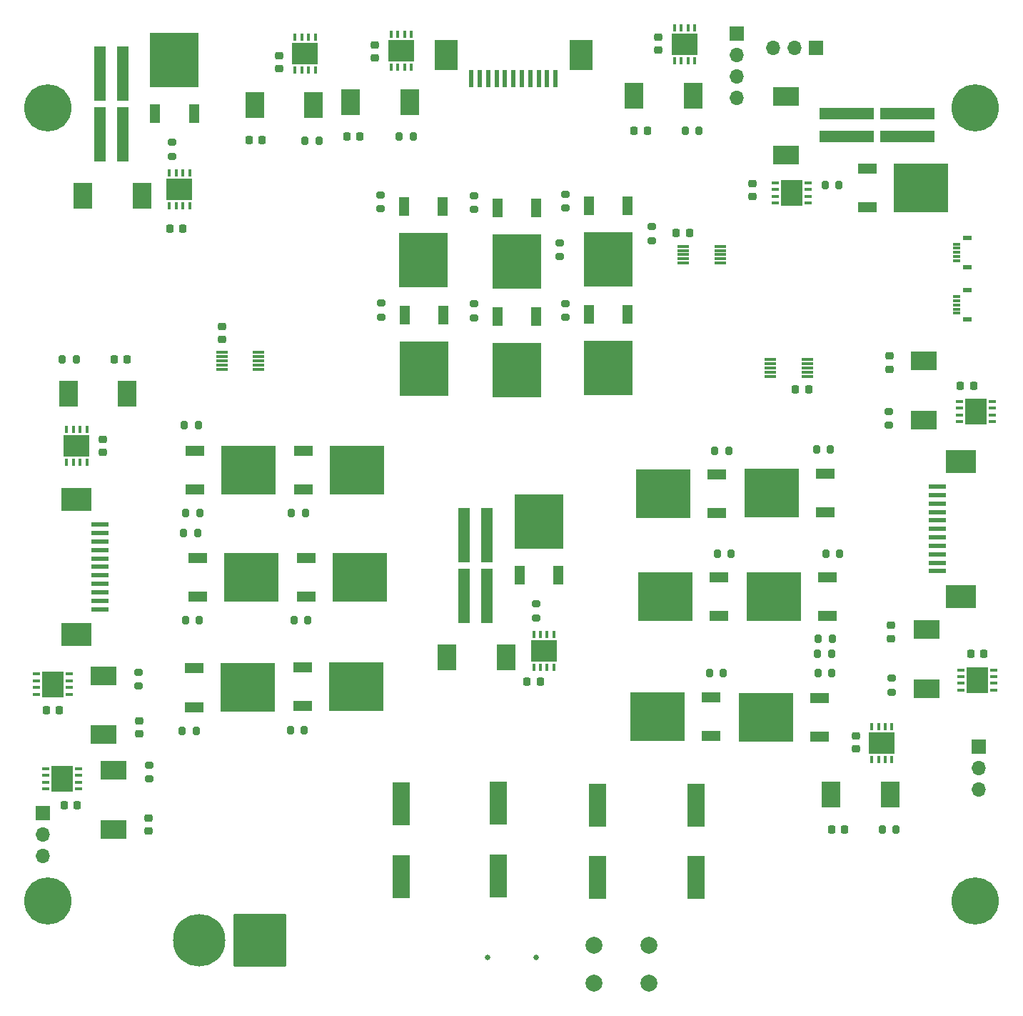
<source format=gbs>
%TF.GenerationSoftware,KiCad,Pcbnew,8.0.7*%
%TF.CreationDate,2025-01-21T13:47:34+01:00*%
%TF.ProjectId,motordriver,6d6f746f-7264-4726-9976-65722e6b6963,rev?*%
%TF.SameCoordinates,Original*%
%TF.FileFunction,Soldermask,Bot*%
%TF.FilePolarity,Negative*%
%FSLAX46Y46*%
G04 Gerber Fmt 4.6, Leading zero omitted, Abs format (unit mm)*
G04 Created by KiCad (PCBNEW 8.0.7) date 2025-01-21 13:47:34*
%MOMM*%
%LPD*%
G01*
G04 APERTURE LIST*
G04 Aperture macros list*
%AMRoundRect*
0 Rectangle with rounded corners*
0 $1 Rounding radius*
0 $2 $3 $4 $5 $6 $7 $8 $9 X,Y pos of 4 corners*
0 Add a 4 corners polygon primitive as box body*
4,1,4,$2,$3,$4,$5,$6,$7,$8,$9,$2,$3,0*
0 Add four circle primitives for the rounded corners*
1,1,$1+$1,$2,$3*
1,1,$1+$1,$4,$5*
1,1,$1+$1,$6,$7*
1,1,$1+$1,$8,$9*
0 Add four rect primitives between the rounded corners*
20,1,$1+$1,$2,$3,$4,$5,0*
20,1,$1+$1,$4,$5,$6,$7,0*
20,1,$1+$1,$6,$7,$8,$9,0*
20,1,$1+$1,$8,$9,$2,$3,0*%
G04 Aperture macros list end*
%ADD10C,5.600000*%
%ADD11R,1.700000X1.700000*%
%ADD12O,1.700000X1.700000*%
%ADD13C,0.650000*%
%ADD14C,2.000000*%
%ADD15R,0.350000X0.850000*%
%ADD16R,3.050000X2.650000*%
%ADD17RoundRect,0.200000X-0.275000X0.200000X-0.275000X-0.200000X0.275000X-0.200000X0.275000X0.200000X0*%
%ADD18RoundRect,0.200000X0.200000X0.275000X-0.200000X0.275000X-0.200000X-0.275000X0.200000X-0.275000X0*%
%ADD19RoundRect,0.225000X-0.250000X0.225000X-0.250000X-0.225000X0.250000X-0.225000X0.250000X0.225000X0*%
%ADD20R,1.450000X6.500000*%
%ADD21RoundRect,0.200000X0.275000X-0.200000X0.275000X0.200000X-0.275000X0.200000X-0.275000X-0.200000X0*%
%ADD22RoundRect,0.200000X-0.200000X-0.275000X0.200000X-0.275000X0.200000X0.275000X-0.200000X0.275000X0*%
%ADD23R,2.200000X1.200000*%
%ADD24R,6.400000X5.800000*%
%ADD25R,1.200000X2.200000*%
%ADD26R,5.800000X6.400000*%
%ADD27RoundRect,0.225000X0.225000X0.250000X-0.225000X0.250000X-0.225000X-0.250000X0.225000X-0.250000X0*%
%ADD28R,2.150000X5.100000*%
%ADD29R,3.150000X2.200000*%
%ADD30R,2.200000X3.150000*%
%ADD31R,0.850000X0.350000*%
%ADD32R,2.650000X3.050000*%
%ADD33RoundRect,0.225000X0.250000X-0.225000X0.250000X0.225000X-0.250000X0.225000X-0.250000X-0.225000X0*%
%ADD34R,0.900000X0.300000*%
%ADD35R,1.000000X0.520000*%
%ADD36R,1.400000X0.300000*%
%ADD37R,6.500000X1.450000*%
%ADD38RoundRect,0.225000X-0.225000X-0.250000X0.225000X-0.250000X0.225000X0.250000X-0.225000X0.250000X0*%
%ADD39R,2.000000X0.610000*%
%ADD40R,3.600000X2.680000*%
%ADD41C,6.204000*%
%ADD42RoundRect,0.102000X3.000000X3.000000X-3.000000X3.000000X-3.000000X-3.000000X3.000000X-3.000000X0*%
%ADD43R,0.610000X2.000000*%
%ADD44R,2.680000X3.600000*%
G04 APERTURE END LIST*
D10*
%TO.C,H2*%
X209027501Y-43000000D03*
%TD*%
%TO.C,H4*%
X99027501Y-137000000D03*
%TD*%
%TO.C,H1*%
X99027501Y-43000000D03*
%TD*%
D11*
%TO.C,J3*%
X180727501Y-34200000D03*
D12*
X180727501Y-36740000D03*
X180727501Y-39280000D03*
X180727501Y-41820000D03*
%TD*%
D13*
%TO.C,P1*%
X151137501Y-143670000D03*
X156917501Y-143670000D03*
%TD*%
D14*
%TO.C,SW1*%
X163777501Y-142250000D03*
X170277501Y-142250000D03*
X163777501Y-146750000D03*
X170277501Y-146750000D03*
%TD*%
D10*
%TO.C,H3*%
X209027501Y-137000000D03*
%TD*%
D15*
%TO.C,IC12*%
X103627501Y-84975000D03*
X102827501Y-84975000D03*
X102027501Y-84975000D03*
X101227501Y-84975000D03*
X101227501Y-81075000D03*
X102027501Y-81075000D03*
X102827501Y-81075000D03*
X103627501Y-81075000D03*
D16*
X102427501Y-83025000D03*
%TD*%
D17*
%TO.C,R108*%
X199127502Y-110575001D03*
X199127502Y-112225001D03*
%TD*%
D18*
%TO.C,R118*%
X192052501Y-105900000D03*
X190402501Y-105900000D03*
%TD*%
D19*
%TO.C,C9*%
X119627501Y-68925000D03*
X119627501Y-70475000D03*
%TD*%
D20*
%TO.C,R11*%
X105202501Y-38940000D03*
X107902501Y-38940000D03*
%TD*%
D19*
%TO.C,C2*%
X126427501Y-36825001D03*
X126427501Y-38375001D03*
%TD*%
D21*
%TO.C,R10*%
X160427501Y-54900000D03*
X160427501Y-53250000D03*
%TD*%
D17*
%TO.C,R9*%
X113727501Y-47075000D03*
X113727501Y-48725000D03*
%TD*%
D22*
%TO.C,R110*%
X191277501Y-95800000D03*
X192927501Y-95800000D03*
%TD*%
D23*
%TO.C,Q19*%
X116792501Y-100890000D03*
D24*
X123142501Y-98600000D03*
D23*
X116792501Y-96310000D03*
%TD*%
D18*
%TO.C,R88*%
X117037501Y-91000000D03*
X115387501Y-91000000D03*
%TD*%
D22*
%TO.C,R4*%
X140677501Y-46400000D03*
X142327501Y-46400000D03*
%TD*%
D11*
%TO.C,S1*%
X98427501Y-126600000D03*
D12*
X98427501Y-129140000D03*
X98427501Y-131680000D03*
%TD*%
D19*
%TO.C,C7*%
X171427501Y-34625000D03*
X171427501Y-36175000D03*
%TD*%
D22*
%TO.C,R86*%
X127902501Y-91000000D03*
X129552501Y-91000000D03*
%TD*%
D25*
%TO.C,Q5*%
X152347501Y-54835000D03*
D26*
X154637501Y-61185000D03*
D25*
X156927501Y-54835000D03*
%TD*%
D27*
%TO.C,C4*%
X136002501Y-46400000D03*
X134452501Y-46400000D03*
%TD*%
D23*
%TO.C,Q26*%
X191477501Y-98610000D03*
D24*
X185127501Y-100900000D03*
D23*
X191477501Y-103190000D03*
%TD*%
%TO.C,Q27*%
X178307501Y-86430000D03*
D24*
X171957501Y-88720000D03*
D23*
X178307501Y-91010000D03*
%TD*%
D28*
%TO.C,C8*%
X152427501Y-125400000D03*
X152427501Y-134000000D03*
%TD*%
D27*
%TO.C,C120*%
X189227501Y-76400000D03*
X187677501Y-76400000D03*
%TD*%
D29*
%TO.C,D78*%
X203227501Y-104800001D03*
X203227501Y-111800001D03*
%TD*%
D30*
%TO.C,D2*%
X134902501Y-42300000D03*
X141902501Y-42300000D03*
%TD*%
D31*
%TO.C,IC14*%
X211027500Y-77800000D03*
X211027500Y-78600000D03*
X211027500Y-79400000D03*
X211027500Y-80200000D03*
X207127500Y-80200000D03*
X207127500Y-79400000D03*
X207127500Y-78600000D03*
X207127500Y-77800000D03*
D32*
X209077500Y-79000000D03*
%TD*%
D27*
%TO.C,C6*%
X170102501Y-45700000D03*
X168552501Y-45700000D03*
%TD*%
D23*
%TO.C,Q22*%
X196227501Y-54780000D03*
D24*
X202577501Y-52490000D03*
D23*
X196227501Y-50200000D03*
%TD*%
D18*
%TO.C,R81*%
X116607501Y-116810000D03*
X114957501Y-116810000D03*
%TD*%
D30*
%TO.C,D58*%
X146362501Y-108090000D03*
X153362501Y-108090000D03*
%TD*%
D27*
%TO.C,C3*%
X115037501Y-57350000D03*
X113487501Y-57350000D03*
%TD*%
D33*
%TO.C,C151*%
X182562501Y-53490000D03*
X182562501Y-51940000D03*
%TD*%
D18*
%TO.C,R113*%
X192837501Y-52180000D03*
X191187501Y-52180000D03*
%TD*%
D22*
%TO.C,R92*%
X115102501Y-93400000D03*
X116752501Y-93400000D03*
%TD*%
D17*
%TO.C,R2*%
X138537501Y-66135000D03*
X138537501Y-67785000D03*
%TD*%
D23*
%TO.C,Q25*%
X178612501Y-98610000D03*
D24*
X172262501Y-100900000D03*
D23*
X178612501Y-103190000D03*
%TD*%
D17*
%TO.C,R13*%
X170627501Y-57075000D03*
X170627501Y-58725000D03*
%TD*%
D27*
%TO.C,C150*%
X208802500Y-75900000D03*
X207252500Y-75900000D03*
%TD*%
D23*
%TO.C,Q18*%
X129657501Y-100890000D03*
D24*
X136007501Y-98600000D03*
D23*
X129657501Y-96310000D03*
%TD*%
D20*
%TO.C,R12*%
X105202501Y-46140000D03*
X107902501Y-46140000D03*
%TD*%
D19*
%TO.C,C112*%
X110927501Y-127125000D03*
X110927501Y-128675000D03*
%TD*%
D34*
%TO.C,J2*%
X206827501Y-59140000D03*
X206827501Y-59640000D03*
X206827501Y-60140000D03*
X206827501Y-60640000D03*
X206827501Y-61140000D03*
D35*
X208027501Y-58400000D03*
X208027501Y-61880000D03*
%TD*%
D23*
%TO.C,Q20*%
X129227501Y-113900000D03*
D24*
X135577501Y-111610000D03*
D23*
X129227501Y-109320000D03*
%TD*%
D30*
%TO.C,D57*%
X108427501Y-76875000D03*
X101427501Y-76875000D03*
%TD*%
D15*
%TO.C,IC1*%
X128327501Y-34600001D03*
X129127501Y-34600001D03*
X129927501Y-34600001D03*
X130727501Y-34600001D03*
X130727501Y-38500001D03*
X129927501Y-38500001D03*
X129127501Y-38500001D03*
X128327501Y-38500001D03*
D16*
X129527501Y-36550001D03*
%TD*%
D22*
%TO.C,R107*%
X190182501Y-83500000D03*
X191832501Y-83500000D03*
%TD*%
%TO.C,R80*%
X127762501Y-116710000D03*
X129412501Y-116710000D03*
%TD*%
D25*
%TO.C,Q6*%
X141347501Y-67600000D03*
D26*
X143637501Y-73950000D03*
D25*
X145927501Y-67600000D03*
%TD*%
D22*
%TO.C,R111*%
X197977501Y-128500000D03*
X199627501Y-128500000D03*
%TD*%
D30*
%TO.C,D79*%
X191927501Y-124400000D03*
X198927501Y-124400000D03*
%TD*%
D21*
%TO.C,R82*%
X109727501Y-111525000D03*
X109727501Y-109875000D03*
%TD*%
D36*
%TO.C,IC13*%
X124027501Y-72000000D03*
X124027501Y-72500000D03*
X124027501Y-73000000D03*
X124027501Y-73500000D03*
X124027501Y-74000000D03*
X119627501Y-74000000D03*
X119627501Y-73500000D03*
X119627501Y-73000000D03*
X119627501Y-72500000D03*
X119627501Y-72000000D03*
%TD*%
D28*
%TO.C,C156*%
X175927501Y-125600000D03*
X175927501Y-134200000D03*
%TD*%
D31*
%TO.C,IC10*%
X97627501Y-112500000D03*
X97627501Y-111700000D03*
X97627501Y-110900000D03*
X97627501Y-110100000D03*
X101527501Y-110100000D03*
X101527501Y-110900000D03*
X101527501Y-111700000D03*
X101527501Y-112500000D03*
D32*
X99577501Y-111300000D03*
%TD*%
D31*
%TO.C,IC16*%
X185312501Y-54280000D03*
X185312501Y-53480000D03*
X185312501Y-52680000D03*
X185312501Y-51880000D03*
X189212501Y-51880000D03*
X189212501Y-52680000D03*
X189212501Y-53480000D03*
X189212501Y-54280000D03*
D32*
X187262501Y-53080000D03*
%TD*%
D25*
%TO.C,Q4*%
X152347501Y-67700000D03*
D26*
X154637501Y-74050000D03*
D25*
X156927501Y-67700000D03*
%TD*%
D15*
%TO.C,IC3*%
X115827501Y-54600000D03*
X115027501Y-54600000D03*
X114227501Y-54600000D03*
X113427501Y-54600000D03*
X113427501Y-50700000D03*
X114227501Y-50700000D03*
X115027501Y-50700000D03*
X115827501Y-50700000D03*
D16*
X114627501Y-52650000D03*
%TD*%
D30*
%TO.C,D3*%
X168527501Y-41600000D03*
X175527501Y-41600000D03*
%TD*%
D36*
%TO.C,IC5*%
X178727501Y-59400000D03*
X178727501Y-59900000D03*
X178727501Y-60400000D03*
X178727501Y-60900000D03*
X178727501Y-61400000D03*
X174327501Y-61400000D03*
X174327501Y-60900000D03*
X174327501Y-60400000D03*
X174327501Y-59900000D03*
X174327501Y-59400000D03*
%TD*%
D25*
%TO.C,Q2*%
X163147501Y-67500000D03*
D26*
X165437501Y-73850000D03*
D25*
X167727501Y-67500000D03*
%TD*%
D27*
%TO.C,C157*%
X175102501Y-57800000D03*
X173552501Y-57800000D03*
%TD*%
D37*
%TO.C,R116*%
X193772501Y-43655000D03*
X193772501Y-46355000D03*
%TD*%
D38*
%TO.C,C117*%
X106852501Y-72775000D03*
X108402501Y-72775000D03*
%TD*%
D39*
%TO.C,J6*%
X105227501Y-102400000D03*
X105227501Y-101400000D03*
X105227501Y-100400000D03*
X105227501Y-99400000D03*
X105227501Y-98400000D03*
X105227501Y-97400000D03*
X105227501Y-96400000D03*
X105227501Y-95400000D03*
X105227501Y-94400000D03*
X105227501Y-93400000D03*
X105227501Y-92400000D03*
D40*
X102427501Y-105390000D03*
X102427501Y-89410000D03*
%TD*%
D18*
%TO.C,R106*%
X179772501Y-83620000D03*
X178122501Y-83620000D03*
%TD*%
D23*
%TO.C,Q23*%
X177697501Y-112850000D03*
D24*
X171347501Y-115140000D03*
D23*
X177697501Y-117430000D03*
%TD*%
D20*
%TO.C,R90*%
X148402501Y-100840000D03*
X151102501Y-100840000D03*
%TD*%
D34*
%TO.C,J1*%
X206827501Y-65340000D03*
X206827501Y-65840000D03*
X206827501Y-66340000D03*
X206827501Y-66840000D03*
X206827501Y-67340000D03*
D35*
X208027501Y-64600000D03*
X208027501Y-68080000D03*
%TD*%
D18*
%TO.C,R84*%
X116992501Y-103700000D03*
X115342501Y-103700000D03*
%TD*%
D15*
%TO.C,IC4*%
X173327501Y-33500000D03*
X174127501Y-33500000D03*
X174927501Y-33500000D03*
X175727501Y-33500000D03*
X175727501Y-37400000D03*
X174927501Y-37400000D03*
X174127501Y-37400000D03*
X173327501Y-37400000D03*
D16*
X174527501Y-35450000D03*
%TD*%
D23*
%TO.C,Q24*%
X190562501Y-112920000D03*
D24*
X184212501Y-115210000D03*
D23*
X190562501Y-117500000D03*
%TD*%
D37*
%TO.C,R115*%
X200972501Y-43655000D03*
X200972501Y-46355000D03*
%TD*%
D17*
%TO.C,R5*%
X149537501Y-66235000D03*
X149537501Y-67885000D03*
%TD*%
D25*
%TO.C,Q7*%
X141247501Y-54700000D03*
D26*
X143537501Y-61050000D03*
D25*
X145827501Y-54700000D03*
%TD*%
D30*
%TO.C,D1*%
X123527501Y-42700000D03*
X130527501Y-42700000D03*
%TD*%
D11*
%TO.C,S3*%
X209427501Y-118660000D03*
D12*
X209427501Y-121200000D03*
X209427501Y-123740000D03*
%TD*%
D31*
%TO.C,IC9*%
X98727501Y-123700000D03*
X98727501Y-122900000D03*
X98727501Y-122100000D03*
X98727501Y-121300000D03*
X102627501Y-121300000D03*
X102627501Y-122100000D03*
X102627501Y-122900000D03*
X102627501Y-123700000D03*
D32*
X100677501Y-122500000D03*
%TD*%
D11*
%TO.C,S2*%
X190127501Y-35900000D03*
D12*
X187587501Y-35900000D03*
X185047501Y-35900000D03*
%TD*%
D33*
%TO.C,C152*%
X199027501Y-105875000D03*
X199027501Y-104325000D03*
%TD*%
D15*
%TO.C,IC11*%
X159027501Y-109300000D03*
X158227501Y-109300000D03*
X157427501Y-109300000D03*
X156627501Y-109300000D03*
X156627501Y-105400000D03*
X157427501Y-105400000D03*
X158227501Y-105400000D03*
X159027501Y-105400000D03*
D16*
X157827501Y-107350000D03*
%TD*%
D22*
%TO.C,R114*%
X190362501Y-110010000D03*
X192012501Y-110010000D03*
%TD*%
D18*
%TO.C,R117*%
X191952501Y-107700000D03*
X190302501Y-107700000D03*
%TD*%
D28*
%TO.C,C38*%
X140927501Y-125500000D03*
X140927501Y-134100000D03*
%TD*%
D27*
%TO.C,C1*%
X124402501Y-46800000D03*
X122852501Y-46800000D03*
%TD*%
D41*
%TO.C,J4*%
X116927501Y-141650000D03*
D42*
X124127501Y-141650000D03*
%TD*%
D38*
%TO.C,C113*%
X100952501Y-125600000D03*
X102502501Y-125600000D03*
%TD*%
D21*
%TO.C,R79*%
X111027501Y-122525000D03*
X111027501Y-120875000D03*
%TD*%
D36*
%TO.C,IC18*%
X184727501Y-74800000D03*
X184727501Y-74300000D03*
X184727501Y-73800000D03*
X184727501Y-73300000D03*
X184727501Y-72800000D03*
X189127501Y-72800000D03*
X189127501Y-73300000D03*
X189127501Y-73800000D03*
X189127501Y-74300000D03*
X189127501Y-74800000D03*
%TD*%
D21*
%TO.C,R6*%
X149537501Y-55035000D03*
X149537501Y-53385000D03*
%TD*%
D27*
%TO.C,C114*%
X157402501Y-111000000D03*
X155852501Y-111000000D03*
%TD*%
D15*
%TO.C,IC2*%
X139702500Y-34300000D03*
X140502500Y-34300000D03*
X141302500Y-34300000D03*
X142102500Y-34300000D03*
X142102500Y-38200000D03*
X141302500Y-38200000D03*
X140502500Y-38200000D03*
X139702500Y-38200000D03*
D16*
X140902500Y-36250000D03*
%TD*%
D27*
%TO.C,C154*%
X193502501Y-128500000D03*
X191952501Y-128500000D03*
%TD*%
D21*
%TO.C,R3*%
X138437501Y-54980000D03*
X138437501Y-53330000D03*
%TD*%
D29*
%TO.C,D80*%
X186522501Y-41615000D03*
X186522501Y-48615000D03*
%TD*%
%TO.C,D56*%
X105627501Y-117300000D03*
X105627501Y-110300000D03*
%TD*%
D39*
%TO.C,J5*%
X204527501Y-87900000D03*
X204527501Y-88900000D03*
X204527501Y-89900000D03*
X204527501Y-90900000D03*
X204527501Y-91900000D03*
X204527501Y-92900000D03*
X204527501Y-93900000D03*
X204527501Y-94900000D03*
X204527501Y-95900000D03*
X204527501Y-96900000D03*
X204527501Y-97900000D03*
D40*
X207327501Y-84910000D03*
X207327501Y-100890000D03*
%TD*%
D22*
%TO.C,R7*%
X174577501Y-45700000D03*
X176227501Y-45700000D03*
%TD*%
D29*
%TO.C,D55*%
X106827501Y-128500000D03*
X106827501Y-121500000D03*
%TD*%
D33*
%TO.C,C149*%
X198827501Y-73975000D03*
X198827501Y-72425000D03*
%TD*%
D17*
%TO.C,R87*%
X156927501Y-101775000D03*
X156927501Y-103425000D03*
%TD*%
%TO.C,R105*%
X198727501Y-78975000D03*
X198727501Y-80625000D03*
%TD*%
D18*
%TO.C,R112*%
X179137501Y-110010000D03*
X177487501Y-110010000D03*
%TD*%
D23*
%TO.C,Q16*%
X129342501Y-88260000D03*
D24*
X135692501Y-85970000D03*
D23*
X129342501Y-83680000D03*
%TD*%
D20*
%TO.C,R89*%
X148402501Y-93640000D03*
X151102501Y-93640000D03*
%TD*%
D15*
%TO.C,IC17*%
X196727501Y-116299999D03*
X197527501Y-116299999D03*
X198327501Y-116299999D03*
X199127501Y-116299999D03*
X199127501Y-120199999D03*
X198327501Y-120199999D03*
X197527501Y-120199999D03*
X196727501Y-120199999D03*
D16*
X197927501Y-118249999D03*
%TD*%
D43*
%TO.C,J7*%
X149227501Y-39500000D03*
X150227501Y-39500000D03*
X151227501Y-39500000D03*
X152227501Y-39500000D03*
X153227501Y-39500000D03*
X154227501Y-39500000D03*
X155227501Y-39500000D03*
X156227501Y-39500000D03*
X157227501Y-39500000D03*
X158227501Y-39500000D03*
X159227501Y-39500000D03*
D44*
X146237501Y-36700000D03*
X162217501Y-36700000D03*
%TD*%
D17*
%TO.C,R8*%
X160407501Y-66185000D03*
X160407501Y-67835000D03*
%TD*%
D27*
%TO.C,C153*%
X210002501Y-107700001D03*
X208452501Y-107700001D03*
%TD*%
D25*
%TO.C,Q15*%
X159527501Y-98385000D03*
D26*
X157237501Y-92035000D03*
D25*
X154947501Y-98385000D03*
%TD*%
%TO.C,Q3*%
X163217501Y-54635000D03*
D26*
X165507501Y-60985000D03*
D25*
X167797501Y-54635000D03*
%TD*%
D29*
%TO.C,D77*%
X202927501Y-73000000D03*
X202927501Y-80000000D03*
%TD*%
D22*
%TO.C,R91*%
X115202501Y-80600000D03*
X116852501Y-80600000D03*
%TD*%
%TO.C,R1*%
X129502501Y-46900000D03*
X131152501Y-46900000D03*
%TD*%
D23*
%TO.C,Q17*%
X116477501Y-88190000D03*
D24*
X122827501Y-85900000D03*
D23*
X116477501Y-83610000D03*
%TD*%
D19*
%TO.C,C155*%
X194827501Y-117424999D03*
X194827501Y-118974999D03*
%TD*%
D25*
%TO.C,Q1*%
X116327501Y-43685000D03*
D26*
X114037501Y-37335000D03*
D25*
X111747501Y-43685000D03*
%TD*%
D19*
%TO.C,C115*%
X109827501Y-115650000D03*
X109827501Y-117200000D03*
%TD*%
D18*
%TO.C,R85*%
X102377501Y-72775000D03*
X100727501Y-72775000D03*
%TD*%
D19*
%TO.C,C5*%
X137802501Y-35525000D03*
X137802501Y-37075000D03*
%TD*%
D30*
%TO.C,D4*%
X103162501Y-53390000D03*
X110162501Y-53390000D03*
%TD*%
D28*
%TO.C,C119*%
X164227501Y-125600000D03*
X164227501Y-134200000D03*
%TD*%
D18*
%TO.C,R109*%
X180077501Y-95800000D03*
X178427501Y-95800000D03*
%TD*%
D31*
%TO.C,IC15*%
X211227501Y-109600000D03*
X211227501Y-110400000D03*
X211227501Y-111200000D03*
X211227501Y-112000000D03*
X207327501Y-112000000D03*
X207327501Y-111200000D03*
X207327501Y-110400000D03*
X207327501Y-109600000D03*
D32*
X209277501Y-110800000D03*
%TD*%
D33*
%TO.C,C118*%
X105527501Y-83850000D03*
X105527501Y-82300000D03*
%TD*%
D17*
%TO.C,R14*%
X159727501Y-58975000D03*
X159727501Y-60625000D03*
%TD*%
D23*
%TO.C,Q28*%
X191207501Y-86330000D03*
D24*
X184857501Y-88620000D03*
D23*
X191207501Y-90910000D03*
%TD*%
D38*
%TO.C,C116*%
X98852501Y-114400000D03*
X100402501Y-114400000D03*
%TD*%
D23*
%TO.C,Q21*%
X116327501Y-114000000D03*
D24*
X122677501Y-111710000D03*
D23*
X116327501Y-109420000D03*
%TD*%
D22*
%TO.C,R83*%
X128192501Y-103700000D03*
X129842501Y-103700000D03*
%TD*%
M02*

</source>
